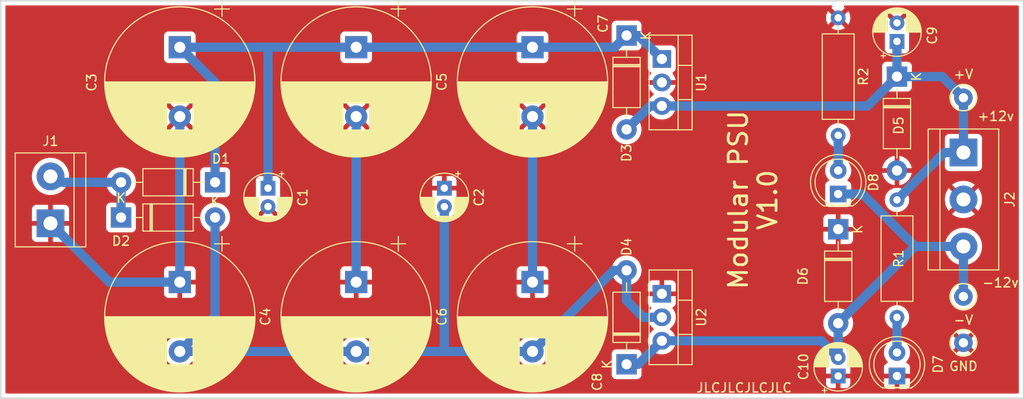
<source format=kicad_pcb>
(kicad_pcb (version 20211014) (generator pcbnew)
  (layers (0 "F.Cu" signal) (31 "B.Cu" signal) (34 "B.Paste" user) (35 "F.Paste" user) (36 "B.SilkS" user "B.Silkscreen") (37 "F.SilkS" user "F.Silkscreen") (38 "B.Mask" user) (39 "F.Mask" user) (44 "Edge.Cuts" user))
  (net 0 "")
  (net 1 "GND")
  (net 2 "Net-(C1-Pad1)")
  (net 3 "Net-(C2-Pad2)")
  (net 4 "Net-(C9-Pad1)")
  (net 5 "Net-(C10-Pad2)")
  (net 6 "Net-(D1-Pad2)")
  (net 7 "Net-(D7-Pad2)")
  (net 8 "Net-(D8-Pad2)")
  (footprint "Capacitor_THT:CP_Radial_D5.0mm_P2.00mm" (layer "F.Cu") (at 71.875 73.275 -90)
    (fp_text reference "C1" (at 1 -3.75 90) (layer "F.SilkS"))
    (fp_text value "1µF")
    (pad "1" thru_hole rect locked (at 0 0 270) (size 1.6 1.6) (drill 0.8) (layers *.Cu *.Mask) (net 2 "Net-(C1-Pad1)"))
    (pad "2" thru_hole circle locked (at 2 0 270) (size 1.6 1.6) (drill 0.8) (layers *.Cu *.Mask) (net 1 "GND"))
  )
  (footprint "Capacitor_THT:CP_Radial_D16.0mm_P7.50mm" (layer "F.Cu") (at 100.45 58.035 -90)
    (fp_text reference "C7" (at -2.54 -7.62 90) (layer "F.SilkS"))
    (fp_text value "4700µF")
    (pad "1" thru_hole rect locked (at 0 0 270) (size 2.4 2.4) (drill 1.2) (layers *.Cu *.Mask) (net 2 "Net-(C1-Pad1)"))
    (pad "2" thru_hole circle locked (at 7.5 0 270) (size 2.4 2.4) (drill 1.2) (layers *.Cu *.Mask) (net 1 "GND"))
  )
  (footprint "Capacitor_THT:CP_Radial_D5.0mm_P2.00mm" (layer "F.Cu") (at 90.925 73.275 -90)
    (fp_text reference "C2" (at 1 -3.75 90) (layer "F.SilkS"))
    (fp_text value "1µF")
    (pad "1" thru_hole rect locked (at 0 0 270) (size 1.6 1.6) (drill 0.8) (layers *.Cu *.Mask) (net 1 "GND"))
    (pad "2" thru_hole circle locked (at 2 0 270) (size 1.6 1.6) (drill 0.8) (layers *.Cu *.Mask) (net 3 "Net-(C2-Pad2)"))
  )
  (footprint "Capacitor_THT:CP_Radial_D16.0mm_P7.50mm" (layer "F.Cu") (at 81.4 83.435 -90)
    (fp_text reference "C6" (at 3.75 -9.25 90) (layer "F.SilkS"))
    (fp_text value "4700µF")
    (pad "1" thru_hole rect locked (at 0 0 270) (size 2.4 2.4) (drill 1.2) (layers *.Cu *.Mask) (net 1 "GND"))
    (pad "2" thru_hole circle locked (at 7.5 0 270) (size 2.4 2.4) (drill 1.2) (layers *.Cu *.Mask) (net 3 "Net-(C2-Pad2)"))
  )
  (footprint "Capacitor_THT:CP_Radial_D16.0mm_P7.50mm" (layer "F.Cu") (at 100.45 83.435 -90)
    (fp_text reference "C8" (at 10.795 -6.985 90) (layer "F.SilkS"))
    (fp_text value "4700µF")
    (pad "1" thru_hole rect locked (at 0 0 270) (size 2.4 2.4) (drill 1.2) (layers *.Cu *.Mask) (net 1 "GND"))
    (pad "2" thru_hole circle locked (at 7.5 0 270) (size 2.4 2.4) (drill 1.2) (layers *.Cu *.Mask) (net 3 "Net-(C2-Pad2)"))
  )
  (footprint "Capacitor_THT:CP_Radial_D5.0mm_P2.00mm" (layer "F.Cu") (at 139.82 57.4 90)
    (fp_text reference "C9" (at 0.635 3.81 90) (layer "F.SilkS"))
    (fp_text value "100µF")
    (pad "1" thru_hole rect locked (at 0 0 90) (size 1.6 1.6) (drill 0.8) (layers *.Cu *.Mask) (net 4 "Net-(C9-Pad1)"))
    (pad "2" thru_hole circle locked (at 2 0 90) (size 1.6 1.6) (drill 0.8) (layers *.Cu *.Mask) (net 1 "GND"))
  )
  (footprint "Capacitor_THT:CP_Radial_D5.0mm_P2.00mm" (layer "F.Cu") (at 133.47 93.595 90)
    (fp_text reference "C10" (at 1 -3.75 90) (layer "F.SilkS"))
    (fp_text value "100µF")
    (pad "1" thru_hole rect locked (at 0 0 90) (size 1.6 1.6) (drill 0.8) (layers *.Cu *.Mask) (net 1 "GND"))
    (pad "2" thru_hole circle locked (at 2 0 90) (size 1.6 1.6) (drill 0.8) (layers *.Cu *.Mask) (net 5 "Net-(C10-Pad2)"))
  )
  (footprint "LED_THT:LED_D5.0mm_Clear" (layer "F.Cu") (at 139.82 93.595 90)
    (fp_text reference "D7" (at 1.27 4.445 90) (layer "F.SilkS"))
    (fp_text value "LED")
    (pad "1" thru_hole rect locked (at 0 0 90) (size 1.8 1.8) (drill 0.9) (layers *.Cu *.Mask) (net 1 "GND"))
    (pad "2" thru_hole circle locked (at 2.54 0 90) (size 1.8 1.8) (drill 0.9) (layers *.Cu *.Mask) (net 7 "Net-(D7-Pad2)"))
  )
  (footprint "LED_THT:LED_D5.0mm_Clear" (layer "F.Cu") (at 133.47 73.91 90)
    (fp_text reference "D8" (at 1.27 3.81 90) (layer "F.SilkS"))
    (fp_text value "LED")
    (pad "1" thru_hole rect locked (at 0 0 90) (size 1.8 1.8) (drill 0.9) (layers *.Cu *.Mask) (net 5 "Net-(C10-Pad2)"))
    (pad "2" thru_hole circle locked (at 2.54 0 90) (size 1.8 1.8) (drill 0.9) (layers *.Cu *.Mask) (net 8 "Net-(D8-Pad2)"))
  )
  (footprint "Package_TO_SOT_THT:TO-220-3_Vertical" (layer "F.Cu") (at 114.42 84.705 -90)
    (fp_text reference "U2" (at 2.54 -4.27 90) (layer "F.SilkS"))
    (fp_text value "L7912")
    (pad "1" thru_hole rect locked (at 0 0 270) (size 1.905 2) (drill 1.1) (layers *.Cu *.Mask) (net 1 "GND"))
    (pad "2" thru_hole oval locked (at 2.54 0 270) (size 1.905 2) (drill 1.1) (layers *.Cu *.Mask) (net 3 "Net-(C2-Pad2)"))
    (pad "3" thru_hole oval locked (at 5.08 0 270) (size 1.905 2) (drill 1.1) (layers *.Cu *.Mask) (net 5 "Net-(C10-Pad2)"))
  )
  (footprint "Capacitor_THT:CP_Radial_D16.0mm_P7.50mm" (layer "F.Cu") (at 81.4 58.035 -90)
    (fp_text reference "C5" (at 3.75 -9.25 90) (layer "F.SilkS"))
    (fp_text value "4700µF")
    (pad "1" thru_hole rect locked (at 0 0 270) (size 2.4 2.4) (drill 1.2) (layers *.Cu *.Mask) (net 2 "Net-(C1-Pad1)"))
    (pad "2" thru_hole circle locked (at 7.5 0 270) (size 2.4 2.4) (drill 1.2) (layers *.Cu *.Mask) (net 1 "GND"))
  )
  (footprint "Capacitor_THT:CP_Radial_D16.0mm_P7.50mm" (layer "F.Cu") (at 62.35 58.035 -90)
    (fp_text reference "C3" (at 3.81 9.525 90) (layer "F.SilkS"))
    (fp_text value "4700µF")
    (pad "1" thru_hole rect locked (at 0 0 270) (size 2.4 2.4) (drill 1.2) (layers *.Cu *.Mask) (net 2 "Net-(C1-Pad1)"))
    (pad "2" thru_hole circle locked (at 7.5 0 270) (size 2.4 2.4) (drill 1.2) (layers *.Cu *.Mask) (net 1 "GND"))
  )
  (footprint "Capacitor_THT:CP_Radial_D16.0mm_P7.50mm" (layer "F.Cu") (at 62.35 83.435 -90)
    (fp_text reference "C4" (at 3.75 -9.25 90) (layer "F.SilkS"))
    (fp_text value "4700µF")
    (pad "1" thru_hole rect locked (at 0 0 270) (size 2.4 2.4) (drill 1.2) (layers *.Cu *.Mask) (net 1 "GND"))
    (pad "2" thru_hole circle locked (at 7.5 0 270) (size 2.4 2.4) (drill 1.2) (layers *.Cu *.Mask) (net 3 "Net-(C2-Pad2)"))
  )
  (footprint "Resistor_THT:R_Axial_DIN0309_L9.0mm_D3.2mm_P12.70mm_Horizontal" (layer "F.Cu") (at 133.47 54.86 -90)
    (fp_text reference "R2" (at 6.35 -2.72 90) (layer "F.SilkS"))
    (fp_text value "2.2k")
    (pad "1" thru_hole circle locked (at 0 0 270) (size 1.6 1.6) (drill 0.8) (layers *.Cu *.Mask) (net 1 "GND"))
    (pad "2" thru_hole oval locked (at 12.7 0 270) (size 1.6 1.6) (drill 0.8) (layers *.Cu *.Mask) (net 8 "Net-(D8-Pad2)"))
  )
  (footprint "Resistor_THT:R_Axial_DIN0309_L9.0mm_D3.2mm_P12.70mm_Horizontal" (layer "F.Cu") (at 139.82 87.245 90)
    (fp_text reference "R1" (at 6.35 0.18 90) (layer "F.SilkS"))
    (fp_text value "2.2k")
    (pad "1" thru_hole circle locked (at 0 0 90) (size 1.6 1.6) (drill 0.8) (layers *.Cu *.Mask) (net 7 "Net-(D7-Pad2)"))
    (pad "2" thru_hole oval locked (at 12.7 0 90) (size 1.6 1.6) (drill 0.8) (layers *.Cu *.Mask) (net 4 "Net-(C9-Pad1)"))
  )
  (footprint "Diode_THT:D_DO-41_SOD81_P10.16mm_Horizontal" (layer "F.Cu") (at 56 76.45)
    (fp_text reference "D2" (at 0 2.54) (layer "F.SilkS"))
    (fp_text value "1N4004")
    (fp_text user "K" (at 0 -2.1) (layer "F.SilkS"))
    (pad "1" thru_hole rect locked (at 0 0) (size 2.2 2.2) (drill 1.1) (layers *.Cu *.Mask) (net 6 "Net-(D1-Pad2)"))
    (pad "2" thru_hole oval locked (at 10.16 0) (size 2.2 2.2) (drill 1.1) (layers *.Cu *.Mask) (net 3 "Net-(C2-Pad2)"))
  )
  (footprint "Diode_THT:D_DO-41_SOD81_P10.16mm_Horizontal" (layer "F.Cu") (at 66.16 72.64 180)
    (fp_text reference "D1" (at -0.635 2.54) (layer "F.SilkS"))
    (fp_text value "1N4004")
    (fp_text user "K" (at 0 -2.1) (layer "F.SilkS"))
    (pad "1" thru_hole rect locked (at 0 0 180) (size 2.2 2.2) (drill 1.1) (layers *.Cu *.Mask) (net 2 "Net-(C1-Pad1)"))
    (pad "2" thru_hole oval locked (at 10.16 0 180) (size 2.2 2.2) (drill 1.1) (layers *.Cu *.Mask) (net 6 "Net-(D1-Pad2)"))
  )
  (footprint "Diode_THT:D_DO-41_SOD81_P10.16mm_Horizontal" (layer "F.Cu") (at 110.61 56.765 -90)
    (fp_text reference "D3" (at 12.7 0 90) (layer "F.SilkS"))
    (fp_text value "1N4004")
    (fp_text user "K" (at 0 -2.1 90) (layer "F.SilkS"))
    (pad "1" thru_hole rect locked (at 0 0 270) (size 2.2 2.2) (drill 1.1) (layers *.Cu *.Mask) (net 2 "Net-(C1-Pad1)"))
    (pad "2" thru_hole oval locked (at 10.16 0 270) (size 2.2 2.2) (drill 1.1) (layers *.Cu *.Mask) (net 4 "Net-(C9-Pad1)"))
  )
  (footprint "Diode_THT:D_DO-41_SOD81_P10.16mm_Horizontal" (layer "F.Cu") (at 110.61 92.325 90)
    (fp_text reference "D4" (at 12.7 0 90) (layer "F.SilkS"))
    (fp_text value "1N4004")
    (fp_text user "K" (at 0 -2.1 90) (layer "F.SilkS"))
    (pad "1" thru_hole rect locked (at 0 0 90) (size 2.2 2.2) (drill 1.1) (layers *.Cu *.Mask) (net 5 "Net-(C10-Pad2)"))
    (pad "2" thru_hole oval locked (at 10.16 0 90) (size 2.2 2.2) (drill 1.1) (layers *.Cu *.Mask) (net 3 "Net-(C2-Pad2)"))
  )
  (footprint "Diode_THT:D_DO-41_SOD81_P10.16mm_Horizontal" (layer "F.Cu") (at 133.47 77.72 -90)
    (fp_text reference "D6" (at 5.08 3.81 90) (layer "F.SilkS"))
    (fp_text value "1N4004")
    (fp_text user "K" (at 0 -2.1 90) (layer "F.SilkS"))
    (pad "1" thru_hole rect locked (at 0 0 270) (size 2.2 2.2) (drill 1.1) (layers *.Cu *.Mask) (net 1 "GND"))
    (pad "2" thru_hole oval locked (at 10.16 0 270) (size 2.2 2.2) (drill 1.1) (layers *.Cu *.Mask) (net 5 "Net-(C10-Pad2)"))
  )
  (footprint "Diode_THT:D_DO-41_SOD81_P10.16mm_Horizontal" (layer "F.Cu") (at 139.82 61.21 -90)
    (fp_text reference "D5" (at 5.29 -0.18 90) (layer "F.SilkS"))
    (fp_text value "1N4004")
    (fp_text user "K" (at 0 -2.1 90) (layer "F.SilkS"))
    (pad "1" thru_hole rect locked (at 0 0 270) (size 2.2 2.2) (drill 1.1) (layers *.Cu *.Mask) (net 4 "Net-(C9-Pad1)"))
    (pad "2" thru_hole oval locked (at 10.16 0 270) (size 2.2 2.2) (drill 1.1) (layers *.Cu *.Mask) (net 1 "GND"))
  )
  (footprint "Package_TO_SOT_THT:TO-220-3_Vertical" (layer "F.Cu") (at 114.42 59.305 -90)
    (fp_text reference "U1" (at 2.54 -4.27 90) (layer "F.SilkS"))
    (fp_text value "L7812")
    (pad "1" thru_hole rect locked (at 0 0 270) (size 1.905 2) (drill 1.1) (layers *.Cu *.Mask) (net 2 "Net-(C1-Pad1)"))
    (pad "2" thru_hole oval locked (at 2.54 0 270) (size 1.905 2) (drill 1.1) (layers *.Cu *.Mask) (net 1 "GND"))
    (pad "3" thru_hole oval locked (at 5.08 0 270) (size 1.905 2) (drill 1.1) (layers *.Cu *.Mask) (net 4 "Net-(C9-Pad1)"))
  )
  (footprint "TestPoint:TestPoint_Keystone_5000-5004_Miniature" (layer "F.Cu") (at 147 63.5)
    (fp_text reference "TP1" hide)
    (fp_text value "+V" hide)
    (fp_text user "+V" (at 0 -2.54) (layer "F.SilkS"))
    (pad "1" thru_hole circle locked (at 0 0) (size 2 2) (drill 1) (layers *.Cu *.Mask) (net 4 "Net-(C9-Pad1)"))
  )
  (footprint "TestPoint:TestPoint_Keystone_5000-5004_Miniature" (layer "F.Cu") (at 147 90)
    (fp_text reference "TP2" hide)
    (fp_text value "GND" hide)
    (fp_text user "GND" (at 0 2.54) (layer "F.SilkS"))
    (pad "1" thru_hole circle locked (at 0 0) (size 2 2) (drill 1) (layers *.Cu *.Mask) (net 1 "GND"))
  )
  (footprint "TestPoint:TestPoint_Keystone_5000-5004_Miniature" (layer "F.Cu") (at 147 85 180)
    (fp_text reference "TP3" hide)
    (fp_text value "-V" hide)
    (fp_text user "-V" (at 0 -2.54 180) (layer "F.SilkS"))
    (pad "1" thru_hole circle locked (at 0 0 180) (size 2 2) (drill 1) (layers *.Cu *.Mask) (net 5 "Net-(C10-Pad2)"))
  )
  (footprint "TerminalBlock:TerminalBlock_bornier-2_P5.08mm" (layer "F.Cu") (at 48.38 77.085 90)
    (fp_text reference "J1" (at 8.89 0 180) (layer "F.SilkS"))
    (fp_text value "Power_Input")
    (pad "1" thru_hole rect locked (at 0 0 90) (size 3 3) (drill 1.52) (layers *.Cu *.Mask) (net 1 "GND"))
    (pad "2" thru_hole circle locked (at 5.08 0 90) (size 3 3) (drill 1.52) (layers *.Cu *.Mask) (net 6 "Net-(D1-Pad2)"))
  )
  (footprint "TerminalBlock:TerminalBlock_bornier-3_P5.08mm" (layer "F.Cu") (at 147 69.42 -90)
    (fp_text reference "J2" (at 5.08 -5 90) (layer "F.SilkS"))
    (fp_text value "Screw_Terminal_01x03")
    (pad "1" thru_hole rect locked (at 0 0 270) (size 3 3) (drill 1.52) (layers *.Cu *.Mask) (net 4 "Net-(C9-Pad1)"))
    (pad "2" thru_hole circle locked (at 5.08 0 270) (size 3 3) (drill 1.52) (layers *.Cu *.Mask) (net 1 "GND"))
    (pad "3" thru_hole circle locked (at 10.16 0 270) (size 3 3) (drill 1.52) (layers *.Cu *.Mask) (net 5 "Net-(C10-Pad2)"))
  )
  (gr_line locked (start 43 53) (end 153.49 53) (layer "Edge.Cuts") (width 0.15))
  (gr_line locked (start 153.49 96) (end 43 96) (layer "Edge.Cuts") (width 0.15))
  (gr_line locked (start 153.49 96) (end 153.49 53) (layer "Edge.Cuts") (width 0.15))
  (gr_line locked (start 43 96) (end 43 53) (layer "Edge.Cuts") (width 0.15))
  (gr_text "V1.0" (at 125.85 74.545 90) (layer "F.SilkS") (effects (font (size 2 2) (thickness 0.3))))
  (gr_text "JLCJLCJLCJLC" (at 123.31 94.865) (layer "F.SilkS") (effects (font (size 1 1))))
  (gr_text "-12v" (at 151 83.5) (layer "F.SilkS") (effects (font (size 1 1))))
  (gr_text "+12v" (at 150.5 65.5) (layer "F.SilkS") (effects (font (size 1 1))))
  (gr_text "Modular PSU" (at 122.675 74.545 90) (layer "F.SilkS") (effects (font (size 2 2) (thickness 0.3))))
  (segment (start 62.35 65.535) (end 62.35 83.435) (width 1) (layer "B.Cu") (net 1))
  (segment (start 81.4 83.435) (end 81.4 65.535) (width 1) (layer "B.Cu") (net 1))
  (segment (start 100.45 65.535) (end 100.45 83.435) (width 1) (layer "B.Cu") (net 1))
  (segment (start 48.38 77.085) (end 54.73 83.435) (width 1) (layer "B.Cu") (net 1))
  (segment (start 49.015 76.45) (end 48.38 77.085) (width 1) (layer "B.Cu") (net 1))
  (segment (start 54.73 83.435) (end 62.35 83.435) (width 1) (layer "B.Cu") (net 1))
  (segment (start 66.16 61.845) (end 62.35 58.035) (width 1) (layer "B.Cu") (net 2))
  (segment (start 100.45 58.035) (end 109.34 58.035) (width 1) (layer "B.Cu") (net 2))
  (segment (start 71.875 73.275) (end 71.875 58.035) (width 1) (layer "B.Cu") (net 2))
  (segment (start 109.34 58.035) (end 110.61 56.765) (width 1) (layer "B.Cu") (net 2))
  (segment (start 62.35 58.035) (end 71.875 58.035) (width 1) (layer "B.Cu") (net 2))
  (segment (start 71.875 58.035) (end 81.4 58.035) (width 1) (layer "B.Cu") (net 2))
  (segment (start 111.88 56.765) (end 114.42 59.305) (width 1) (layer "B.Cu") (net 2))
  (segment (start 81.4 58.035) (end 100.45 58.035) (width 1) (layer "B.Cu") (net 2))
  (segment (start 110.61 56.765) (end 111.88 56.765) (width 1) (layer "B.Cu") (net 2))
  (segment (start 66.16 72.64) (end 66.16 61.845) (width 1) (layer "B.Cu") (net 2))
  (segment (start 109.22 82.165) (end 110.61 82.165) (width 1) (layer "B.Cu") (net 3))
  (segment (start 90.805 90.935) (end 100.45 90.935) (width 1) (layer "B.Cu") (net 3))
  (segment (start 114.42 87.245) (end 112.42 87.245) (width 1) (layer "B.Cu") (net 3))
  (segment (start 66.16 87.125) (end 62.35 90.935) (width 1) (layer "B.Cu") (net 3))
  (segment (start 62.35 90.935) (end 81.4 90.935) (width 1) (layer "B.Cu") (net 3))
  (segment (start 90.925 90.815) (end 90.805 90.935) (width 1) (layer "B.Cu") (net 3))
  (segment (start 81.4 90.935) (end 90.805 90.935) (width 1) (layer "B.Cu") (net 3))
  (segment (start 90.925 75.275) (end 90.925 90.815) (width 1) (layer "B.Cu") (net 3))
  (segment (start 100.45 90.935) (end 109.22 82.165) (width 1) (layer "B.Cu") (net 3))
  (segment (start 110.61 85.435) (end 110.61 82.165) (width 1) (layer "B.Cu") (net 3))
  (segment (start 66.16 76.45) (end 66.16 87.125) (width 1) (layer "B.Cu") (net 3))
  (segment (start 112.42 87.245) (end 110.61 85.435) (width 1) (layer "B.Cu") (net 3))
  (segment (start 114.42 64.385) (end 113.15 64.385) (width 1) (layer "B.Cu") (net 4))
  (segment (start 147 63.5) (end 144.71 61.21) (width 1) (layer "B.Cu") (net 4))
  (segment (start 139.82 57.4) (end 139.82 61.21) (width 1) (layer "B.Cu") (net 4))
  (segment (start 144.945 69.42) (end 139.82 74.545) (width 1) (layer "B.Cu") (net 4))
  (segment (start 144.71 61.21) (end 139.82 61.21) (width 1) (layer "B.Cu") (net 4))
  (segment (start 114.42 64.385) (end 136.645 64.385) (width 1) (layer "B.Cu") (net 4))
  (segment (start 113.15 64.385) (end 110.61 66.925) (width 1) (layer "B.Cu") (net 4))
  (segment (start 136.645 64.385) (end 139.82 61.21) (width 1) (layer "B.Cu") (net 4))
  (segment (start 144.945 69.42) (end 147 69.42) (width 1) (layer "B.Cu") (net 4))
  (segment (start 147 63.5) (end 147 69.42) (width 1) (layer "B.Cu") (net 4))
  (segment (start 131.66 89.785) (end 133.47 91.595) (width 1) (layer "B.Cu") (net 5))
  (segment (start 111.88 92.325) (end 114.42 89.785) (width 1) (layer "B.Cu") (net 5))
  (segment (start 114.42 89.785) (end 131.66 89.785) (width 1) (layer "B.Cu") (net 5))
  (segment (start 147 79.58) (end 141.77 79.58) (width 1) (layer "B.Cu") (net 5))
  (segment (start 110.61 92.325) (end 111.88 92.325) (width 1) (layer "B.Cu") (net 5))
  (segment (start 141.77 79.58) (end 133.47 87.88) (width 1) (layer "B.Cu") (net 5))
  (segment (start 136.1 73.91) (end 141.77 79.58) (width 1) (layer "B.Cu") (net 5))
  (segment (start 147 85) (end 147 79.58) (width 1) (layer "B.Cu") (net 5))
  (segment (start 133.47 91.595) (end 133.47 87.88) (width 1) (layer "B.Cu") (net 5))
  (segment (start 133.47 73.91) (end 136.1 73.91) (width 1) (layer "B.Cu") (net 5))
  (segment (start 56 72.64) (end 56 76.45) (width 1) (layer "B.Cu") (net 6))
  (segment (start 56 72.64) (end 49.015 72.64) (width 1) (layer "B.Cu") (net 6))
  (segment (start 49.015 72.64) (end 48.38 72.005) (width 1) (layer "B.Cu") (net 6))
  (segment (start 139.82 91.055) (end 139.82 87.245) (width 1) (layer "B.Cu") (net 7))
  (segment (start 133.47 71.37) (end 133.47 67.56) (width 1) (layer "B.Cu") (net 8))
  (zone locked (net 1) (net_name "GND") (layer "F.Cu") (connect_pads (clearance 0.508)) (min_thickness 0.254) (fill yes (thermal_gap 0.508) (thermal_bridge_width 0.508))
    (polygon (pts (xy 153.5 96) (xy 43 96) (xy 43 53) (xy 153.5 53)))
  )
)
</source>
